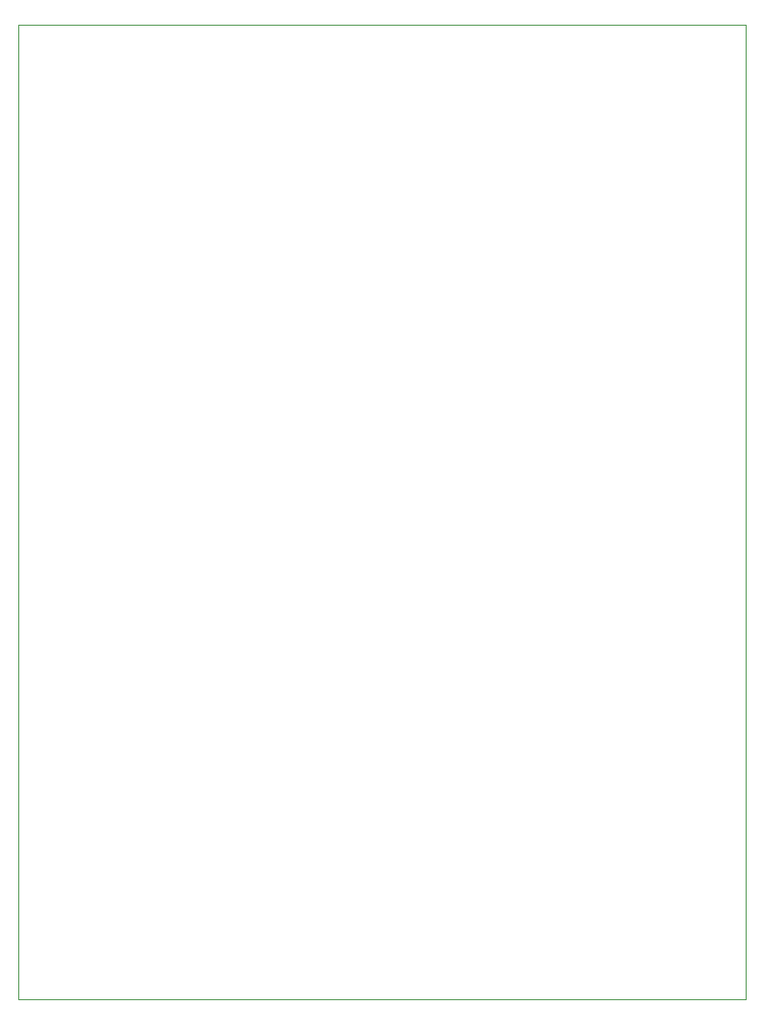
<source format=gbr>
%TF.GenerationSoftware,KiCad,Pcbnew,8.0.4-8.0.4-0~ubuntu22.04.1*%
%TF.CreationDate,2024-07-18T16:31:12+02:00*%
%TF.ProjectId,DevBoardESP32XIAO,44657642-6f61-4726-9445-535033325849,1.3*%
%TF.SameCoordinates,Original*%
%TF.FileFunction,Profile,NP*%
%FSLAX46Y46*%
G04 Gerber Fmt 4.6, Leading zero omitted, Abs format (unit mm)*
G04 Created by KiCad (PCBNEW 8.0.4-8.0.4-0~ubuntu22.04.1) date 2024-07-18 16:31:12*
%MOMM*%
%LPD*%
G01*
G04 APERTURE LIST*
%TA.AperFunction,Profile*%
%ADD10C,0.100000*%
%TD*%
G04 APERTURE END LIST*
D10*
X35318000Y-20363000D02*
X102463000Y-20363000D01*
X102463000Y-110363000D01*
X35318000Y-110363000D01*
X35318000Y-20363000D01*
M02*

</source>
